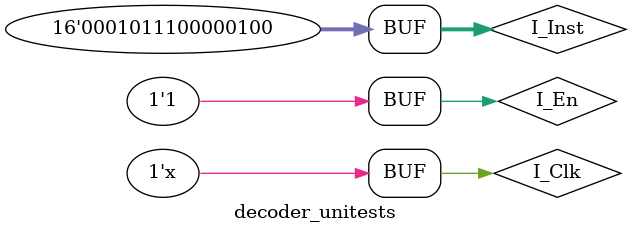
<source format=v>
`timescale 1ns / 1ps


module decoder_unitests();
    reg I_Clk;
    reg I_En;
	reg [15:0] I_Inst;
//Wires 
	wire [4:0] O_Aluop;
	wire [3:0] O_SelA;
	wire [3:0] O_SelB;
	wire [3:0] O_SelD;
	wire [15:0] O_Imm;
	wire O_Regwe;
inst_dec inst_unit(
		I_Clk,
		I_En,
		I_Inst,
		O_Aluop,
		O_SelA,
		O_SelB,
		O_SelD,
		O_Imm,
		O_Regwe
		);
	 initial begin
		I_Clk = 0;
		I_En = 0;
		I_Inst = 0;
		#10;
		I_Inst = 16'b0001011100000100;
		#10;
		I_En = 1;
end
always begin
		#5;
		I_Clk = ~I_Clk;
end
endmodule

</source>
